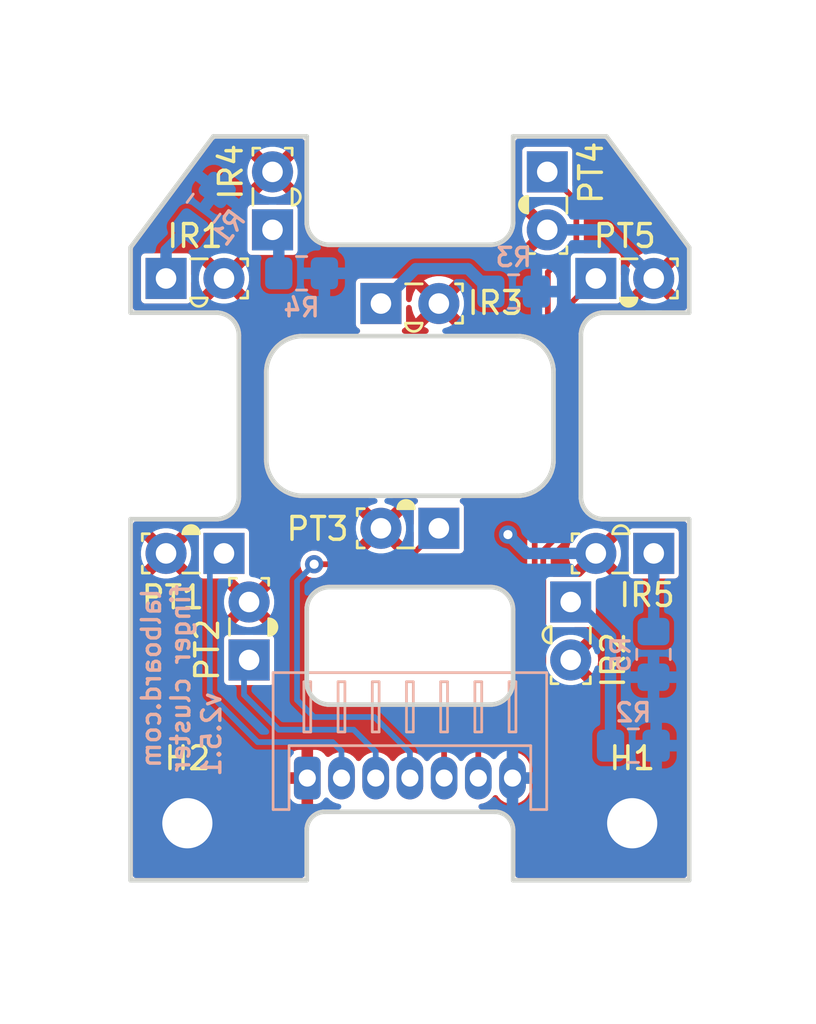
<source format=kicad_pcb>
(kicad_pcb (version 20241229) (generator "pcbnew") (generator_version "9.0")
  (layers (0 "F.Cu" signal) (2 "B.Cu" signal) (13 "F.Paste" user) (15 "B.Paste" user) (5 "F.SilkS" user "F.Silkscreen") (7 "B.SilkS" user "B.Silkscreen") (1 "F.Mask" user) (3 "B.Mask" user) (25 "Edge.Cuts" user))
  (net 0 "")
  (net 1 "Net-(IR1-K)")
  (net 2 "+3.3V")
  (net 3 "Net-(IR2-K)")
  (net 4 "Net-(IR3-K)")
  (net 5 "Net-(IR4-K)")
  (net 6 "Net-(IR5-K)")
  (net 7 "C1")
  (net 8 "C2")
  (net 9 "C4")
  (net 10 "C3")
  (net 11 "C5")
  (net 12 "GND")
  (footprint "lalboard:IR908-7C-F" (layer "F.Cu") (at 151.755 69.525)
    (property "Reference" "IR1" (at 1.27 -1.86 0) (layer "F.SilkS"))
    (property "Value" "IR908-7C-F")
    (fp_line (start 1.08 -0.861) (end 1.811 -0.861) (stroke (width 0.12)) (layer "F.SilkS"))
    (fp_line (start 1.08 0.861) (end 1.8 0.861) (stroke (width 0.12)) (layer "F.SilkS"))
    (fp_line (start 1.08 0.861) (end 1.811 0.861) (stroke (width 0.12)) (layer "F.SilkS"))
    (fp_line (start 3.27 -0.861) (end 3.58 -0.861) (stroke (width 0.12)) (layer "F.SilkS"))
    (fp_line (start 3.27 0.861) (end 3.58 0.861) (stroke (width 0.12)) (layer "F.SilkS"))
    (fp_line (start 3.58 -0.861) (end 3.58 -0.555) (stroke (width 0.12)) (layer "F.SilkS"))
    (fp_line (start 3.58 0.555) (end 3.58 0.861) (stroke (width 0.12)) (layer "F.SilkS"))
    (fp_arc (start 1.8 0.861) (mid 1.44 1.221) (end 1.08 0.861) (stroke (width 0.12)) (layer "F.SilkS"))
    (pad "1" thru_hole rect (at 0 0) (size 1.8 1.8) (drill 0.9) (layers "*.Cu" "*.Mask") (net 1 "Net-(IR1-K)"))
    (pad "2" thru_hole circle (at 2.54 0) (size 1.8 1.8) (drill 0.9) (layers "*.Cu" "*.Mask") (net 2 "+3.3V"))
  )
  (footprint "lalboard:IR908-7C-F" (layer "F.Cu") (at 173.145 81.575 180)
    (property "Reference" "IR5" (at 0.295001 -1.825 0) (layer "F.SilkS"))
    (property "Value" "IR908-7C-F")
    (fp_line (start 3.58 0.555) (end 3.58 0.861) (stroke (width 0.12)) (layer "F.SilkS"))
    (fp_line (start 3.58 -0.861) (end 3.58 -0.555) (stroke (width 0.12)) (layer "F.SilkS"))
    (fp_line (start 3.27 0.861) (end 3.58 0.861) (stroke (width 0.12)) (layer "F.SilkS"))
    (fp_line (start 3.27 -0.861) (end 3.58 -0.861) (stroke (width 0.12)) (layer "F.SilkS"))
    (fp_line (start 1.08 0.861) (end 1.811 0.861) (stroke (width 0.12)) (layer "F.SilkS"))
    (fp_line (start 1.08 0.861) (end 1.8 0.861) (stroke (width 0.12)) (layer "F.SilkS"))
    (fp_line (start 1.08 -0.861) (end 1.811 -0.861) (stroke (width 0.12)) (layer "F.SilkS"))
    (fp_arc (start 1.8 0.861) (mid 1.44 1.221) (end 1.08 0.861) (stroke (width 0.12)) (layer "F.SilkS"))
    (pad "1" thru_hole rect (at 0 0 180) (size 1.8 1.8) (drill 0.9) (layers "*.Cu" "*.Mask") (net 6 "Net-(IR5-K)"))
    (pad "2" thru_hole circle (at 2.54 0 180) (size 1.8 1.8) (drill 0.9) (layers "*.Cu" "*.Mask") (net 2 "+3.3V"))
  )
  (footprint "lalboard:PT908-7C-F" (layer "F.Cu") (at 154.295 81.575 180)
    (property "Reference" "PT1" (at 2.245001 -1.925 0) (layer "F.SilkS"))
    (property "Value" "PT908-7B-F")
    (fp_line (start 3.58 0.555) (end 3.58 0.861) (stroke (width 0.12)) (layer "F.SilkS"))
    (fp_line (start 3.58 -0.861) (end 3.58 -0.555) (stroke (width 0.12)) (layer "F.SilkS"))
    (fp_line (start 3.27 0.861) (end 3.58 0.861) (stroke (width 0.12)) (layer "F.SilkS"))
    (fp_line (start 3.27 -0.861) (end 3.58 -0.861) (stroke (width 0.12)) (layer "F.SilkS"))
    (fp_line (start 1.08 0.861) (end 1.811 0.861) (stroke (width 0.12)) (layer "F.SilkS"))
    (fp_line (start 1.08 0.861) (end 1.8 0.861) (stroke (width 0.12)) (layer "F.SilkS"))
    (fp_line (start 1.08 -0.861) (end 1.811 -0.861) (stroke (width 0.12)) (layer "F.SilkS"))
    (fp_arc (start 1.8 0.861) (mid 1.44 1.221) (end 1.08 0.861) (stroke (width 0.12)) (layer "F.SilkS"))
    (fp_poly (pts (xy 1.57 1.121) (xy 1.28 1.121) (xy 1.16 0.931) (xy 1.16 0.921) (xy 1.73 0.921)) (stroke (width 0.1)) (fill yes) (layer "F.SilkS"))
    (pad "1" thru_hole rect (at 0 0 180) (size 1.8 1.8) (drill 0.9) (layers "*.Cu" "*.Mask") (net 7 "C1"))
    (pad "2" thru_hole circle (at 2.54 0 180) (size 1.8 1.8) (drill 0.9) (layers "*.Cu" "*.Mask") (net 2 "+3.3V"))
  )
  (footprint "lalboard:PT908-7C-F" (layer "F.Cu") (at 170.605 69.525)
    (property "Reference" "PT5" (at 1.27 -1.86 0) (layer "F.SilkS"))
    (property "Value" "PT908-7B-F")
    (fp_line (start 1.08 -0.861) (end 1.811 -0.861) (stroke (width 0.12)) (layer "F.SilkS"))
    (fp_line (start 1.08 0.861) (end 1.8 0.861) (stroke (width 0.12)) (layer "F.SilkS"))
    (fp_line (start 1.08 0.861) (end 1.811 0.861) (stroke (width 0.12)) (layer "F.SilkS"))
    (fp_line (start 3.27 -0.861) (end 3.58 -0.861) (stroke (width 0.12)) (layer "F.SilkS"))
    (fp_line (start 3.27 0.861) (end 3.58 0.861) (stroke (width 0.12)) (layer "F.SilkS"))
    (fp_line (start 3.58 -0.861) (end 3.58 -0.555) (stroke (width 0.12)) (layer "F.SilkS"))
    (fp_line (start 3.58 0.555) (end 3.58 0.861) (stroke (width 0.12)) (layer "F.SilkS"))
    (fp_arc (start 1.8 0.861) (mid 1.44 1.221) (end 1.08 0.861) (stroke (width 0.12)) (layer "F.SilkS"))
    (fp_poly (pts (xy 1.57 1.121) (xy 1.28 1.121) (xy 1.16 0.931) (xy 1.16 0.921) (xy 1.73 0.921)) (stroke (width 0.1)) (fill yes) (layer "F.SilkS"))
    (pad "1" thru_hole rect (at 0 0) (size 1.8 1.8) (drill 0.9) (layers "*.Cu" "*.Mask") (net 11 "C5"))
    (pad "2" thru_hole circle (at 2.54 0) (size 1.8 1.8) (drill 0.9) (layers "*.Cu" "*.Mask") (net 2 "+3.3V"))
  )
  (footprint "lalboard:IR908-7C-F" (layer "F.Cu") (at 169.503 83.705 -90)
    (property "Reference" "IR2" (at 2.54 -1.86 90) (layer "F.SilkS"))
    (property "Value" "IR908-7C-F")
    (fp_line (start 1.08 0.861) (end 1.8 0.861) (stroke (width 0.12)) (layer "F.SilkS"))
    (fp_line (start 1.08 0.861) (end 1.811 0.861) (stroke (width 0.12)) (layer "F.SilkS"))
    (fp_line (start 3.27 0.861) (end 3.58 0.861) (stroke (width 0.12)) (layer "F.SilkS"))
    (fp_line (start 3.58 0.555) (end 3.58 0.861) (stroke (width 0.12)) (layer "F.SilkS"))
    (fp_line (start 1.08 -0.861) (end 1.811 -0.861) (stroke (width 0.12)) (layer "F.SilkS"))
    (fp_line (start 3.27 -0.861) (end 3.58 -0.861) (stroke (width 0.12)) (layer "F.SilkS"))
    (fp_line (start 3.58 -0.861) (end 3.58 -0.555) (stroke (width 0.12)) (layer "F.SilkS"))
    (fp_arc (start 1.8 0.861) (mid 1.44 1.221) (end 1.08 0.861) (stroke (width 0.12)) (layer "F.SilkS"))
    (pad "1" thru_hole rect (at 0 0 270) (size 1.8 1.8) (drill 0.9) (layers "*.Cu" "*.Mask") (net 3 "Net-(IR2-K)"))
    (pad "2" thru_hole circle (at 2.54 0 270) (size 1.8 1.8) (drill 0.9) (layers "*.Cu" "*.Mask") (net 2 "+3.3V"))
  )
  (footprint "lalboard:PT908-7C-F" (layer "F.Cu") (at 155.397 86.245 90)
    (property "Reference" "PT2" (at 0.44 -1.84 90) (layer "F.SilkS"))
    (property "Value" "PT908-7B-F")
    (fp_line (start 3.58 -0.861) (end 3.58 -0.555) (stroke (width 0.12)) (layer "F.SilkS"))
    (fp_line (start 3.27 -0.861) (end 3.58 -0.861) (stroke (width 0.12)) (layer "F.SilkS"))
    (fp_line (start 1.08 -0.861) (end 1.811 -0.861) (stroke (width 0.12)) (layer "F.SilkS"))
    (fp_line (start 3.58 0.555) (end 3.58 0.861) (stroke (width 0.12)) (layer "F.SilkS"))
    (fp_line (start 3.27 0.861) (end 3.58 0.861) (stroke (width 0.12)) (layer "F.SilkS"))
    (fp_line (start 1.08 0.861) (end 1.811 0.861) (stroke (width 0.12)) (layer "F.SilkS"))
    (fp_line (start 1.08 0.861) (end 1.8 0.861) (stroke (width 0.12)) (layer "F.SilkS"))
    (fp_arc (start 1.8 0.861) (mid 1.44 1.221) (end 1.08 0.861) (stroke (width 0.12)) (layer "F.SilkS"))
    (fp_poly (pts (xy 1.57 1.121) (xy 1.28 1.121) (xy 1.16 0.931) (xy 1.16 0.921) (xy 1.73 0.921)) (stroke (width 0.1)) (fill yes) (layer "F.SilkS"))
    (pad "1" thru_hole rect (at 0 0 90) (size 1.8 1.8) (drill 0.9) (layers "*.Cu" "*.Mask") (net 8 "C2"))
    (pad "2" thru_hole circle (at 2.54 0 90) (size 1.8 1.8) (drill 0.9) (layers "*.Cu" "*.Mask") (net 2 "+3.3V"))
  )
  (footprint "lalboard:PT908-7C-F" (layer "F.Cu") (at 168.475 64.855 -90)
    (property "Reference" "PT4" (at 0.04 -1.92 90) (layer "F.SilkS"))
    (property "Value" "PT908-7B-F")
    (fp_line (start 1.08 0.861) (end 1.8 0.861) (stroke (width 0.12)) (layer "F.SilkS"))
    (fp_line (start 1.08 0.861) (end 1.811 0.861) (stroke (width 0.12)) (layer "F.SilkS"))
    (fp_line (start 3.27 0.861) (end 3.58 0.861) (stroke (width 0.12)) (layer "F.SilkS"))
    (fp_line (start 3.58 0.555) (end 3.58 0.861) (stroke (width 0.12)) (layer "F.SilkS"))
    (fp_line (start 1.08 -0.861) (end 1.811 -0.861) (stroke (width 0.12)) (layer "F.SilkS"))
    (fp_line (start 3.27 -0.861) (end 3.58 -0.861) (stroke (width 0.12)) (layer "F.SilkS"))
    (fp_line (start 3.58 -0.861) (end 3.58 -0.555) (stroke (width 0.12)) (layer "F.SilkS"))
    (fp_arc (start 1.8 0.861) (mid 1.44 1.221) (end 1.08 0.861) (stroke (width 0.12)) (layer "F.SilkS"))
    (fp_poly (pts (xy 1.57 1.121) (xy 1.28 1.121) (xy 1.16 0.931) (xy 1.16 0.921) (xy 1.73 0.921)) (stroke (width 0.1)) (fill yes) (layer "F.SilkS"))
    (pad "1" thru_hole rect (at 0 0 270) (size 1.8 1.8) (drill 0.9) (layers "*.Cu" "*.Mask") (net 9 "C4"))
    (pad "2" thru_hole circle (at 2.54 0 270) (size 1.8 1.8) (drill 0.9) (layers "*.Cu" "*.Mask") (net 2 "+3.3V"))
  )
  (footprint "lalboard:IR908-7C-F" (layer "F.Cu") (at 156.425 67.395 90)
    (property "Reference" "IR4" (at 2.54 -1.83 90) (layer "F.SilkS"))
    (property "Value" "IR908-7C-F")
    (fp_line (start 3.58 -0.861) (end 3.58 -0.555) (stroke (width 0.12)) (layer "F.SilkS"))
    (fp_line (start 3.27 -0.861) (end 3.58 -0.861) (stroke (width 0.12)) (layer "F.SilkS"))
    (fp_line (start 1.08 -0.861) (end 1.811 -0.861) (stroke (width 0.12)) (layer "F.SilkS"))
    (fp_line (start 3.58 0.555) (end 3.58 0.861) (stroke (width 0.12)) (layer "F.SilkS"))
    (fp_line (start 3.27 0.861) (end 3.58 0.861) (stroke (width 0.12)) (layer "F.SilkS"))
    (fp_line (start 1.08 0.861) (end 1.811 0.861) (stroke (width 0.12)) (layer "F.SilkS"))
    (fp_line (start 1.08 0.861) (end 1.8 0.861) (stroke (width 0.12)) (layer "F.SilkS"))
    (fp_arc (start 1.8 0.861) (mid 1.44 1.221) (end 1.08 0.861) (stroke (width 0.12)) (layer "F.SilkS"))
    (pad "1" thru_hole rect (at 0 0 90) (size 1.8 1.8) (drill 0.9) (layers "*.Cu" "*.Mask") (net 5 "Net-(IR4-K)"))
    (pad "2" thru_hole circle (at 2.54 0 90) (size 1.8 1.8) (drill 0.9) (layers "*.Cu" "*.Mask") (net 2 "+3.3V"))
  )
  (footprint "lalboard:IR908-7C-F" (layer "F.Cu") (at 161.18 70.625)
    (property "Reference" "IR3" (at 5.02 -0.025 0) (layer "F.SilkS"))
    (property "Value" "IR908-7C-F")
    (fp_line (start 1.08 -0.861) (end 1.811 -0.861) (stroke (width 0.12)) (layer "F.SilkS"))
    (fp_line (start 1.08 0.861) (end 1.8 0.861) (stroke (width 0.12)) (layer "F.SilkS"))
    (fp_line (start 1.08 0.861) (end 1.811 0.861) (stroke (width 0.12)) (layer "F.SilkS"))
    (fp_line (start 3.27 -0.861) (end 3.58 -0.861) (stroke (width 0.12)) (layer "F.SilkS"))
    (fp_line (start 3.27 0.861) (end 3.58 0.861) (stroke (width 0.12)) (layer "F.SilkS"))
    (fp_line (start 3.58 -0.861) (end 3.58 -0.555) (stroke (width 0.12)) (layer "F.SilkS"))
    (fp_line (start 3.58 0.555) (end 3.58 0.861) (stroke (width 0.12)) (layer "F.SilkS"))
    (fp_arc (start 1.8 0.861) (mid 1.44 1.221) (end 1.08 0.861) (stroke (width 0.12)) (layer "F.SilkS"))
    (pad "1" thru_hole rect (at 0 0) (size 1.8 1.8) (drill 0.9) (layers "*.Cu" "*.Mask") (net 4 "Net-(IR3-K)"))
    (pad "2" thru_hole circle (at 2.54 0) (size 1.8 1.8) (drill 0.9) (layers "*.Cu" "*.Mask") (net 2 "+3.3V"))
  )
  (footprint "lalboard:PT908-7C-F" (layer "F.Cu") (at 163.72 80.475 180)
    (property "Reference" "PT3" (at 5.32 -0.025 0) (layer "F.SilkS"))
    (property "Value" "PT908-7B-F")
    (fp_line (start 3.58 0.555) (end 3.58 0.861) (stroke (width 0.12)) (layer "F.SilkS"))
    (fp_line (start 3.58 -0.861) (end 3.58 -0.555) (stroke (width 0.12)) (layer "F.SilkS"))
    (fp_line (start 3.27 0.861) (end 3.58 0.861) (stroke (width 0.12)) (layer "F.SilkS"))
    (fp_line (start 3.27 -0.861) (end 3.58 -0.861) (stroke (width 0.12)) (layer "F.SilkS"))
    (fp_line (start 1.08 0.861) (end 1.811 0.861) (stroke (width 0.12)) (layer "F.SilkS"))
    (fp_line (start 1.08 0.861) (end 1.8 0.861) (stroke (width 0.12)) (layer "F.SilkS"))
    (fp_line (start 1.08 -0.861) (end 1.811 -0.861) (stroke (width 0.12)) (layer "F.SilkS"))
    (fp_arc (start 1.8 0.861) (mid 1.44 1.221) (end 1.08 0.861) (stroke (width 0.12)) (layer "F.SilkS"))
    (fp_poly (pts (xy 1.57 1.121) (xy 1.28 1.121) (xy 1.16 0.931) (xy 1.16 0.921) (xy 1.73 0.921)) (stroke (width 0.1)) (fill yes) (layer "F.SilkS"))
    (pad "1" thru_hole rect (at 0 0 180) (size 1.8 1.8) (drill 0.9) (layers "*.Cu" "*.Mask") (net 10 "C3"))
    (pad "2" thru_hole circle (at 2.54 0 180) (size 1.8 1.8) (drill 0.9) (layers "*.Cu" "*.Mask") (net 2 "+3.3V"))
  )
  (footprint "MountingHole:MountingHole_2.2mm_M2_DIN965_Pad" (layer "F.Cu") (at 172.2 93.4)
    (property "Reference" "H1" (at 0 -2.85 0) (layer "F.SilkS"))
    (property "Value" "MountingHole_Pad")
    (pad "1" thru_hole circle (at 0 0) (size 3.8 3.8) (drill 2.2) (layers "*.Cu" "*.Mask") (net 12 "GND"))
  )
  (footprint "MountingHole:MountingHole_2.2mm_M2_DIN965_Pad" (layer "F.Cu") (at 152.69 93.4)
    (property "Reference" "H2" (at 0 -2.85 0) (layer "F.SilkS"))
    (property "Value" "MountingHole_Pad")
    (pad "1" thru_hole circle (at 0 0) (size 3.8 3.8) (drill 2.2) (layers "*.Cu" "*.Mask") (net 12 "GND"))
  )
  (footprint "Resistor_SMD:R_0805_2012Metric_Pad1.20x1.40mm_HandSolder" (layer "B.Cu") (at 173.135 86 90)
    (property "Reference" "R5" (at 0 -1.435 270) (layer "B.SilkS") (effects (font (size 0.8 0.8) (thickness 0.15) (bold yes)) (justify mirror)))
    (property "Value" "270")
    (fp_line (start -0.227064 -0.735) (end 0.227064 -0.735) (stroke (width 0.12)) (layer "B.SilkS"))
    (fp_line (start -0.227064 0.735) (end 0.227064 0.735) (stroke (width 0.12)) (layer "B.SilkS"))
    (pad "1" smd roundrect (at -1 0 90) (size 1.2 1.4) (layers "B.Cu" "B.Mask" "B.Paste") (roundrect_rratio 0.2083333333) (net 12 "GND"))
    (pad "2" smd roundrect (at 1 0 90) (size 1.2 1.4) (layers "B.Cu" "B.Mask" "B.Paste") (roundrect_rratio 0.2083333333) (net 6 "Net-(IR5-K)"))
  )
  (footprint "Resistor_SMD:R_0805_2012Metric_Pad1.20x1.40mm_HandSolder" (layer "B.Cu") (at 172.25 90 180)
    (property "Reference" "R2" (at 0 1.45 0) (layer "B.SilkS") (effects (font (size 0.8 0.8)) (justify mirror)))
    (property "Value" "270")
    (fp_line (start -0.227064 0.735) (end 0.227064 0.735) (stroke (width 0.12)) (layer "B.SilkS"))
    (fp_line (start -0.227064 -0.735) (end 0.227064 -0.735) (stroke (width 0.12)) (layer "B.SilkS"))
    (pad "1" smd roundrect (at -1 0 180) (size 1.2 1.4) (layers "B.Cu" "B.Mask" "B.Paste") (roundrect_rratio 0.2083333333) (net 12 "GND"))
    (pad "2" smd roundrect (at 1 0 180) (size 1.2 1.4) (layers "B.Cu" "B.Mask" "B.Paste") (roundrect_rratio 0.2083333333) (net 3 "Net-(IR2-K)"))
  )
  (footprint "Resistor_SMD:R_0805_2012Metric_Pad1.20x1.40mm_HandSolder" (layer "B.Cu") (at 153.402375 66.448224 -126.7)
    (property "Reference" "R1" (at 0.026965 -1.389092 53.3) (layer "B.SilkS") (effects (font (size 0.8 0.8) (thickness 0.15) (bold yes)) (justify mirror)))
    (property "Value" "270")
    (fp_line (start -0.227064 0.735) (end 0.227064 0.735) (stroke (width 0.12)) (layer "B.SilkS"))
    (fp_line (start -0.227064 -0.735) (end 0.227064 -0.735) (stroke (width 0.12)) (layer "B.SilkS"))
    (pad "1" smd roundrect (at -1 0 233.3) (size 1.2 1.4) (layers "B.Cu" "B.Mask" "B.Paste") (roundrect_rratio 0.2083333333) (net 12 "GND"))
    (pad "2" smd roundrect (at 1 0 233.3) (size 1.2 1.4) (layers "B.Cu" "B.Mask" "B.Paste") (roundrect_rratio 0.2083333333) (net 1 "Net-(IR1-K)"))
  )
  (footprint "lalboard:JST_ZH_S7B-ZR_1x07_P1.50mm_Horizontal" (layer "B.Cu") (at 157.95 91.4)
    (property "Reference" "J1" (hide yes))
    (property "Value" "Conn_01x07")
    (fp_line (start -1.5 -4.6) (end -1.5 1.4) (stroke (width 0.12)) (layer "B.SilkS"))
    (fp_line (start -1.5 -4.6) (end 10.5 -4.6) (stroke (width 0.12)) (layer "B.SilkS"))
    (fp_line (start -1.5 1.4) (end -0.8 1.4) (stroke (width 0.12)) (layer "B.SilkS"))
    (fp_line (start -0.8 -1.4) (end -0.8 1.4) (stroke (width 0.12)) (layer "B.SilkS"))
    (fp_line (start -0.8 -1.4) (end 9.8 -1.4) (stroke (width 0.12)) (layer "B.SilkS"))
    (fp_line (start -0.15 -4.2) (end -0.15 -2) (stroke (width 0.12)) (layer "B.SilkS"))
    (fp_line (start -0.15 -4.2) (end 0.15 -4.2) (stroke (width 0.12)) (layer "B.SilkS"))
    (fp_line (start 0.15 -4.2) (end 0.15 -2) (stroke (width 0.12)) (layer "B.SilkS"))
    (fp_line (start 0.15 -2) (end -0.15 -2) (stroke (width 0.12)) (layer "B.SilkS"))
    (fp_line (start 1.35 -4.2) (end 1.35 -2) (stroke (width 0.12)) (layer "B.SilkS"))
    (fp_line (start 1.35 -4.2) (end 1.65 -4.2) (stroke (width 0.12)) (layer "B.SilkS"))
    (fp_line (start 1.65 -4.2) (end 1.65 -2) (stroke (width 0.12)) (layer "B.SilkS"))
    (fp_line (start 1.65 -2) (end 1.35 -2) (stroke (width 0.12)) (layer "B.SilkS"))
    (fp_line (start 2.85 -4.2) (end 2.85 -2) (stroke (width 0.12)) (layer "B.SilkS"))
    (fp_line (start 2.85 -4.2) (end 3.15 -4.2) (stroke (width 0.12)) (layer "B.SilkS"))
    (fp_line (start 3.15 -4.2) (end 3.15 -2) (stroke (width 0.12)) (layer "B.SilkS"))
    (fp_line (start 3.15 -2) (end 2.85 -2) (stroke (width 0.12)) (layer "B.SilkS"))
    (fp_line (start 4.35 -4.2) (end 4.35 -2) (stroke (width 0.12)) (layer "B.SilkS"))
    (fp_line (start 4.35 -4.2) (end 4.65 -4.2) (stroke (width 0.12)) (layer "B.SilkS"))
    (fp_line (start 4.65 -4.2) (end 4.65 -2) (stroke (width 0.12)) (layer "B.SilkS"))
    (fp_line (start 4.65 -2) (end 4.35 -2) (stroke (width 0.12)) (layer "B.SilkS"))
    (fp_line (start 5.85 -4.2) (end 5.85 -2) (stroke (width 0.12)) (layer "B.SilkS"))
    (fp_line (start 5.85 -4.2) (end 6.15 -4.2) (stroke (width 0.12)) (layer "B.SilkS"))
    (fp_line (start 6.15 -4.2) (end 6.15 -2) (stroke (width 0.12)) (layer "B.SilkS"))
    (fp_line (start 6.15 -2) (end 5.85 -2) (stroke (width 0.12)) (layer "B.SilkS"))
    (fp_line (start 7.35 -4.2) (end 7.35 -2) (stroke (width 0.12)) (layer "B.SilkS"))
    (fp_line (start 7.35 -4.2) (end 7.65 -4.2) (stroke (width 0.12)) (layer "B.SilkS"))
    (fp_line (start 7.65 -4.2) (end 7.65 -2) (stroke (width 0.12)) (layer "B.SilkS"))
    (fp_line (start 7.65 -2) (end 7.35 -2) (stroke (width 0.12)) (layer "B.SilkS"))
    (fp_line (start 8.85 -4.2) (end 8.85 -2) (stroke (width 0.12)) (layer "B.SilkS"))
    (fp_line (start 8.85 -4.2) (end 9.15 -4.2) (stroke (width 0.12)) (layer "B.SilkS"))
    (fp_line (start 9.15 -4.2) (end 9.15 -2) (stroke (width 0.12)) (layer "B.SilkS"))
    (fp_line (start 9.15 -2) (end 8.85 -2) (stroke (width 0.12)) (layer "B.SilkS"))
    (fp_line (start 9.8 1.4) (end 9.8 -1.4) (stroke (width 0.12)) (layer "B.SilkS"))
    (fp_line (start 9.8 1.4) (end 10.5 1.4) (stroke (width 0.12)) (layer "B.SilkS"))
    (fp_line (start 10.5 1.4) (end 10.5 -4.6) (stroke (width 0.12)) (layer "B.SilkS"))
    (pad "1" thru_hole roundrect (at 0 0.02) (size 1.17 1.87) (drill 0.75) (layers "*.Cu" "*.Mask") (roundrect_rratio 0.214) (net 2 "+3.3V"))
    (pad "2" thru_hole oval (at 1.5 0.02) (size 1.17 1.87) (drill 0.75) (layers "*.Cu" "*.Mask") (net 7 "C1"))
    (pad "3" thru_hole oval (at 3 0.02) (size 1.17 1.87) (drill 0.75) (layers "*.Cu" "*.Mask") (net 8 "C2"))
    (pad "4" thru_hole oval (at 4.5 0.02) (size 1.17 1.87) (drill 0.75) (layers "*.Cu" "*.Mask") (net 10 "C3"))
    (pad "5" thru_hole oval (at 6 0.02) (size 1.17 1.87) (drill 0.75) (layers "*.Cu" "*.Mask") (net 9 "C4"))
    (pad "6" thru_hole oval (at 7.5 0.02) (size 1.17 1.87) (drill 0.75) (layers "*.Cu" "*.Mask") (net 11 "C5"))
    (pad "7" thru_hole oval (at 9 0.02) (size 1.17 1.87) (drill 0.75) (layers "*.Cu" "*.Mask") (net 12 "GND"))
  )
  (footprint "Resistor_SMD:R_0805_2012Metric_Pad1.20x1.40mm_HandSolder" (layer "B.Cu") (at 157.7 69.3 180)
    (property "Reference" "R4" (at 0 -1.5 180) (layer "B.SilkS") (effects (font (size 0.8 0.8) (thickness 0.15) (bold yes)) (justify mirror)))
    (property "Value" "270")
    (fp_line (start -0.227064 0.735) (end 0.227064 0.735) (stroke (width 0.12)) (layer "B.SilkS"))
    (fp_line (start -0.227064 -0.735) (end 0.227064 -0.735) (stroke (width 0.12)) (layer "B.SilkS"))
    (pad "1" smd roundrect (at -1 0 180) (size 1.2 1.4) (layers "B.Cu" "B.Mask" "B.Paste") (roundrect_rratio 0.2083333333) (net 12 "GND"))
    (pad "2" smd roundrect (at 1 0 180) (size 1.2 1.4) (layers "B.Cu" "B.Mask" "B.Paste") (roundrect_rratio 0.2083333333) (net 5 "Net-(IR4-K)"))
  )
  (footprint "Resistor_SMD:R_0805_2012Metric_Pad1.20x1.40mm_HandSolder" (layer "B.Cu") (at 167 70.1 180)
    (property "Reference" "R3" (at 0 1.5 0) (layer "B.SilkS") (effects (font (size 0.8 0.8) (thickness 0.15) (bold yes)) (justify mirror)))
    (property "Value" "270")
    (fp_line (start -0.227064 0.735) (end 0.227064 0.735) (stroke (width 0.12)) (layer "B.SilkS"))
    (fp_line (start -0.227064 -0.735) (end 0.227064 -0.735) (stroke (width 0.12)) (layer "B.SilkS"))
    (pad "1" smd roundrect (at -1 0 180) (size 1.2 1.4) (layers "B.Cu" "B.Mask" "B.Paste") (roundrect_rratio 0.2083333333) (net 12 "GND"))
    (pad "2" smd roundrect (at 1 0 180) (size 1.2 1.4) (layers "B.Cu" "B.Mask" "B.Paste") (roundrect_rratio 0.2083333333) (net 4 "Net-(IR3-K)"))
  )
  (gr_line (start 165.971544 83.05) (end 158.925 83.05) (stroke (width 0.2)) (layer "Edge.Cuts"))
  (gr_line (start 157.925008 95.899607) (end 157.925008 93.699608) (stroke (width 0.2)) (layer "Edge.Cuts"))
  (gr_arc (start 153.950001 71.025) (mid 154.657107 71.317893) (end 154.95 72.024999) (stroke (width 0.2)) (layer "Edge.Cuts"))
  (gr_arc (start 170.950008 80.075) (mid 170.242893 79.782107) (end 169.95 79.067348) (stroke (width 0.2)) (layer "Edge.Cuts"))
  (gr_arc (start 157.925 84.049999) (mid 158.217893 83.342893) (end 158.925 83.05) (stroke (width 0.2)) (layer "Edge.Cuts"))
  (gr_line (start 157.925 84.049999) (end 157.925 87.200002) (stroke (width 0.2)) (layer "Edge.Cuts"))
  (gr_arc (start 166.975 67.050003) (mid 166.682108 67.757109) (end 165.975 68.05) (stroke (width 0.2)) (layer "Edge.Cuts"))
  (gr_arc (start 166.175008 92.899607) (mid 166.74068 93.13392) (end 166.974992 93.699607) (stroke (width 0.2)) (layer "Edge.Cuts"))
  (gr_line (start 154.95 72.024999) (end 154.95 79.075001) (stroke (width 0.2)) (layer "Edge.Cuts"))
  (gr_arc (start 158.924998 68.05) (mid 158.217893 67.757107) (end 157.925 67.050002) (stroke (width 0.2)) (layer "Edge.Cuts"))
  (gr_line (start 170.95 71.025) (end 174.7 71.025) (stroke (width 0.2)) (layer "Edge.Cuts"))
  (gr_line (start 153.829501 63.3) (end 150.2 68.16637) (stroke (width 0.2)) (layer "Edge.Cuts"))
  (gr_line (start 168.75 77.450003) (end 168.75 73.650003) (stroke (width 0.2)) (layer "Edge.Cuts"))
  (gr_line (start 157.749999 79.05) (end 167.15 79.05) (stroke (width 0.2)) (layer "Edge.Cuts"))
  (gr_line (start 158.924999 88.2) (end 165.975 88.2) (stroke (width 0.2)) (layer "Edge.Cuts"))
  (gr_arc (start 156.15 73.649999) (mid 156.618629 72.518629) (end 157.749999 72.05) (stroke (width 0.2)) (layer "Edge.Cuts"))
  (gr_line (start 150.2 71.025) (end 153.950001 71.025) (stroke (width 0.2)) (layer "Edge.Cuts"))
  (gr_line (start 167.146009 72.05) (end 157.749999 72.05) (stroke (width 0.2)) (layer "Edge.Cuts"))
  (gr_line (start 158.725009 92.899607) (end 166.175008 92.899607) (stroke (width 0.2)) (layer "Edge.Cuts"))
  (gr_line (start 174.7 68.16637) (end 171.070499 63.3) (stroke (width 0.2)) (layer "Edge.Cuts"))
  (gr_line (start 166.974993 95.899607) (end 174.7 95.899607) (stroke (width 0.2)) (layer "Edge.Cuts"))
  (gr_line (start 166.975 87.200003) (end 166.975 84.050003) (stroke (width 0.2)) (layer "Edge.Cuts"))
  (gr_line (start 150.2 95.899607) (end 157.925008 95.899607) (stroke (width 0.2)) (layer "Edge.Cuts"))
  (gr_line (start 166.975 63.3) (end 166.975 67.050003) (stroke (width 0.2)) (layer "Edge.Cuts"))
  (gr_arc (start 157.749999 79.05) (mid 156.618629 78.581371) (end 156.15 77.45) (stroke (width 0.2)) (layer "Edge.Cuts"))
  (gr_line (start 150.2 80.075) (end 150.2 95.899607) (stroke (width 0.2)) (layer "Edge.Cuts"))
  (gr_arc (start 166.975 87.200003) (mid 166.682108 87.907109) (end 165.975 88.2) (stroke (width 0.2)) (layer "Edge.Cuts"))
  (gr_line (start 166.974992 93.699607) (end 166.974993 95.899607) (stroke (width 0.2)) (layer "Edge.Cuts"))
  (gr_arc (start 167.146009 72.05) (mid 168.281371 72.51863) (end 168.75 73.650003) (stroke (width 0.2)) (layer "Edge.Cuts"))
  (gr_line (start 169.95 79.067348) (end 169.95 72.024933) (stroke (width 0.2)) (layer "Edge.Cuts"))
  (gr_line (start 153.950001 80.075) (end 150.2 80.075) (stroke (width 0.2)) (layer "Edge.Cuts"))
  (gr_line (start 171.070499 63.3) (end 166.975 63.3) (stroke (width 0.2)) (layer "Edge.Cuts"))
  (gr_line (start 165.975 68.05) (end 158.924998 68.05) (stroke (width 0.2)) (layer "Edge.Cuts"))
  (gr_arc (start 154.95 79.075001) (mid 154.657107 79.782107) (end 153.950001 80.075) (stroke (width 0.2)) (layer "Edge.Cuts"))
  (gr_arc (start 157.925008 93.699608) (mid 158.159323 93.133922) (end 158.725009 92.899607) (stroke (width 0.2)) (layer "Edge.Cuts"))
  (gr_line (start 157.925 63.3) (end 153.829501 63.3) (stroke (width 0.2)) (layer "Edge.Cuts"))
  (gr_line (start 156.15 73.649999) (end 156.15 77.45) (stroke (width 0.2)) (layer "Edge.Cuts"))
  (gr_arc (start 165.971544 83.05) (mid 166.682107 83.342894) (end 166.975 84.050003) (stroke (width 0.2)) (layer "Edge.Cuts"))
  (gr_line (start 174.7 71.025) (end 174.7 68.16637) (stroke (width 0.2)) (layer "Edge.Cuts"))
  (gr_line (start 157.925 67.050002) (end 157.925 63.3) (stroke (width 0.2)) (layer "Edge.Cuts"))
  (gr_line (start 174.7 80.075) (end 170.950008 80.075) (stroke (width 0.2)) (layer "Edge.Cuts"))
  (gr_line (start 150.2 68.16637) (end 150.2 71.025) (stroke (width 0.2)) (layer "Edge.Cuts"))
  (gr_line (start 174.7 95.899607) (end 174.7 80.075) (stroke (width 0.2)) (layer "Edge.Cuts"))
  (gr_arc (start 169.95 72.024933) (mid 170.24288 71.317866) (end 170.95 71.025) (stroke (width 0.2)) (layer "Edge.Cuts"))
  (gr_arc (start 168.75 77.450003) (mid 168.281372 78.581373) (end 167.15 79.05) (stroke (width 0.2)) (layer "Edge.Cuts"))
  (gr_arc (start 158.924999 88.2) (mid 158.217893 87.907107) (end 157.925 87.200002) (stroke (width 0.2)) (layer "Edge.Cuts"))
  (gr_text "lalboard.com\nfinger cluster" (at 151.75 87.05 90) (layer "B.SilkS") (effects (font (size 0.8 0.8)) (justify mirror)))
  (gr_text "v2.5.1" (at 153.75 89.5 90) (layer "B.SilkS") (effects (font (size 0.8 0.8)) (justify mirror)))
  (segment (start 151.755 68.29975) (end 152.80475 67.25) (width 0.5) (layer "B.Cu") (net 1))
  (segment (start 151.755 69.525) (end 151.755 68.29975) (width 0.5) (layer "B.Cu") (net 1))
  (segment (start 168.475 67.395) (end 168.475 67.395001) (width 0.5) (layer "F.Cu") (net 2))
  (segment (start 170.605 81.575) (end 170.605 81.855) (width 0.5) (layer "F.Cu") (net 2))
  (segment (start 169.77 86.2) (end 169.725 86.245) (width 0.5) (layer "F.Cu") (net 2))
  (via (at 166.75 80.75) (size 0.8) (drill 0.4) (layers "F.Cu" "B.Cu") (net 2))
  (segment (start 171.015 67.395) (end 173.145 69.525) (width 0.5) (layer "B.Cu") (net 2))
  (segment (start 168.475 67.395) (end 171.015 67.395) (width 0.5) (layer "B.Cu") (net 2))
  (segment (start 170.605 81.575) (end 167.575 81.575) (width 0.5) (layer "B.Cu") (net 2))
  (segment (start 167.575 81.575) (end 166.75 80.75) (width 0.5) (layer "B.Cu") (net 2))
  (segment (start 171.25 85.23) (end 171.25 90) (width 0.5) (layer "B.Cu") (net 3))
  (segment (start 169.725 83.705) (end 171.25 85.23) (width 0.5) (layer "B.Cu") (net 3))
  (segment (start 165 69.1) (end 166 70.1) (width 0.5) (layer "B.Cu") (net 4))
  (segment (start 162.705 69.1) (end 161.18 70.625) (width 0.5) (layer "B.Cu") (net 4))
  (segment (start 162.705 69.1) (end 165 69.1) (width 0.5) (layer "B.Cu") (net 4))
  (segment (start 156.7 67.67) (end 156.425 67.395) (width 0.5) (layer "B.Cu") (net 5))
  (segment (start 156.7 69.3) (end 156.7 67.67) (width 0.5) (layer "B.Cu") (net 5))
  (segment (start 157 67.97) (end 156.425 67.395) (width 0.5) (layer "B.Cu") (net 5))
  (segment (start 173.145 84.99) (end 173.145 81.575) (width 0.5) (layer "B.Cu") (net 6))
  (segment (start 173.135 85) (end 173.145 84.99) (width 0.25) (layer "B.Cu") (net 6))
  (segment (start 154.295 81.575) (end 153.675 82.195) (width 0.25) (layer "B.Cu") (net 7))
  (segment (start 155.775 89.845) (end 159.06 89.845) (width 0.25) (layer "B.Cu") (net 7))
  (segment (start 159.06 89.845) (end 159.45 90.235) (width 0.25) (layer "B.Cu") (net 7))
  (segment (start 153.675 82.195) (end 153.675 87.745) (width 0.25) (layer "B.Cu") (net 7))
  (segment (start 159.45 90.235) (end 159.45 91.42) (width 0.25) (layer "B.Cu") (net 7))
  (segment (start 159.449999 90.61) (end 159.449999 90.619999) (width 0.25) (layer "B.Cu") (net 7))
  (segment (start 153.675 87.745) (end 155.775 89.845) (width 0.25) (layer "B.Cu") (net 7))
  (segment (start 155.175 87.775) (end 156.7 89.3) (width 0.25) (layer "B.Cu") (net 8))
  (segment (start 159.9825 89.3) (end 160.95 90.2675) (width 0.25) (layer "B.Cu") (net 8))
  (segment (start 156.7 89.3) (end 159.9825 89.3) (width 0.25) (layer "B.Cu") (net 8))
  (segment (start 160.95 90.2675) (end 160.95 91.42) (width 0.25) (layer "B.Cu") (net 8))
  (segment (start 155.175 86.245) (end 155.175 87.775) (width 0.25) (layer "B.Cu") (net 8))
  (segment (start 164.384998 89) (end 163.949999 89.434999) (width 0.25) (layer "F.Cu") (net 9))
  (segment (start 169.75 68) (end 168.5 69.25) (width 0.25) (layer "F.Cu") (net 9))
  (segment (start 168.5 72) (end 168.5 71.5) (width 0.2) (layer "F.Cu") (net 9))
  (segment (start 168.5 80.5) (end 167.923 81.077) (width 0.25) (layer "F.Cu") (net 9))
  (segment (start 163.949999 89.434999) (end 163.95 91.42) (width 0.25) (layer "F.Cu") (net 9))
  (segment (start 169.166666 79.833334) (end 169.166666 72.666666) (width 0.2) (layer "F.Cu") (net 9))
  (segment (start 168.5 80.5) (end 169.166666 79.833334) (width 0.2) (layer "F.Cu") (net 9))
  (segment (start 167.923 87.727) (end 166.65 89) (width 0.25) (layer "F.Cu") (net 9))
  (segment (start 169.75 68) (end 169.75 66.13) (width 0.25) (layer "F.Cu") (net 9))
  (segment (start 169.75 66.13) (end 168.475 64.855) (width 0.25) (layer "F.Cu") (net 9))
  (segment (start 166.65 89) (end 164.384998 89) (width 0.25) (layer "F.Cu") (net 9))
  (segment (start 167.923 81.077) (end 167.923 87.727) (width 0.25) (layer "F.Cu") (net 9))
  (segment (start 168.5 69.25) (end 168.5 71.5) (width 0.25) (layer "F.Cu") (net 9))
  (segment (start 169.166666 72.666666) (end 168.5 72) (width 0.2) (layer "F.Cu") (net 9))
  (segment (start 162.145 82.05) (end 163.72 80.475) (width 0.25) (layer "F.Cu") (net 10))
  (segment (start 158.25 82.25) (end 158.5 82) (width 0.25) (layer "F.Cu") (net 10))
  (segment (start 158.25 82.05) (end 162.145 82.05) (width 0.25) (layer "F.Cu") (net 10))
  (via (at 158.25 82.05) (size 0.8) (drill 0.4) (layers "F.Cu" "B.Cu") (net 10))
  (segment (start 157.5 88) (end 157.5 82.8) (width 0.25) (layer "B.Cu") (net 10))
  (segment (start 160.895 88.745) (end 158.245 88.745) (width 0.25) (layer "B.Cu") (net 10))
  (segment (start 158.245 88.745) (end 157.5 88) (width 0.25) (layer "B.Cu") (net 10))
  (segment (start 162.45 90.3) (end 160.895 88.745) (width 0.25) (layer "B.Cu") (net 10))
  (segment (start 162.45 91.42) (end 162.45 90.3) (width 0.25) (layer "B.Cu") (net 10))
  (segment (start 157.5 82.8) (end 158.25 82.05) (width 0.25) (layer "B.Cu") (net 10))
  (segment (start 169.533332 72.283332) (end 169.25 72) (width 0.2) (layer "F.Cu") (net 11))
  (segment (start 169.25 70.88) (end 169.25 71.5) (width 0.25) (layer "F.Cu") (net 11))
  (segment (start 168.85 80.9) (end 168.3 81.45) (width 0.25) (layer "F.Cu") (net 11))
  (segment (start 168.3 88.45) (end 166.95 89.8) (width 0.25) (layer "F.Cu") (net 11))
  (segment (start 169.25 72) (end 169.25 71.5) (width 0.2) (layer "F.Cu") (net 11))
  (segment (start 166.95 89.8) (end 165.885 89.8) (width 0.25) (layer "F.Cu") (net 11))
  (segment (start 165.885 89.8) (end 165.45 90.235) (width 0.25) (layer "F.Cu") (net 11))
  (segment (start 168.85 80.9) (end 169.533332 80.216668) (width 0.2) (layer "F.Cu") (net 11))
  (segment (start 169.533332 80.216668) (end 169.533332 72.283332) (width 0.2) (layer "F.Cu") (net 11))
  (segment (start 170.605 69.525) (end 169.25 70.88) (width 0.25) (layer "F.Cu") (net 11))
  (segment (start 165.45 90.235) (end 165.45 91.42) (width 0.25) (layer "F.Cu") (net 11))
  (segment (start 168.3 81.45) (end 168.3 88.45) (width 0.25) (layer "F.Cu") (net 11))
  (segment (start 166.95 91.77) (end 166.95 91.87) (width 0.5) (layer "B.Cu") (net 12))
  (segment (start 166.95 91.42) (end 166.95 91.85) (width 0.25) (layer "B.Cu") (net 12))
  (segment (start 166.95 91.42) (end 166.95 92) (width 0.25) (layer "B.Cu") (net 12))
  (zone (net 2) (net_name "+3.3V") (layer "F.Cu") (connect_pads (clearance 0.2)) (min_thickness 0.254) (fill yes (thermal_gap 0.3) (thermal_bridge_width 0.508))
    (polygon (pts (xy 177.420859 100.015247) (xy 147.420859 99.915247) (xy 147.5125 61.2975) (xy 177.5125 61.3975)))
  )
  (zone (net 12) (net_name "GND") (layer "B.Cu") (connect_pads (clearance 0.2)) (min_thickness 0.254) (fill yes (thermal_gap 0.3) (thermal_bridge_width 0.508))
    (polygon (pts (xy 177.475 100) (xy 147.475 100) (xy 147.475 61.245) (xy 177.475 61.245)))
  )
)
</source>
